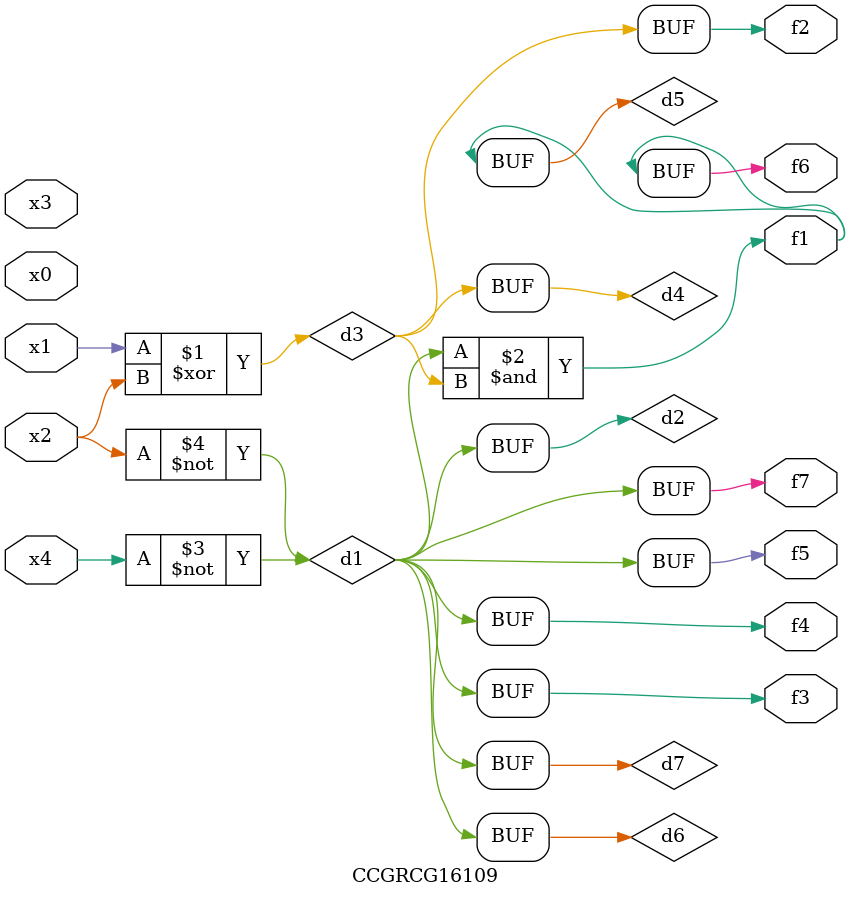
<source format=v>
module CCGRCG16109(
	input x0, x1, x2, x3, x4,
	output f1, f2, f3, f4, f5, f6, f7
);

	wire d1, d2, d3, d4, d5, d6, d7;

	not (d1, x4);
	not (d2, x2);
	xor (d3, x1, x2);
	buf (d4, d3);
	and (d5, d1, d3);
	buf (d6, d1, d2);
	buf (d7, d2);
	assign f1 = d5;
	assign f2 = d4;
	assign f3 = d7;
	assign f4 = d7;
	assign f5 = d7;
	assign f6 = d5;
	assign f7 = d7;
endmodule

</source>
